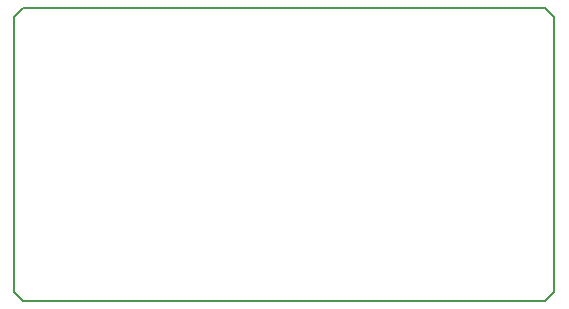
<source format=gbr>
G04 #@! TF.FileFunction,Profile,NP*
%FSLAX46Y46*%
G04 Gerber Fmt 4.6, Leading zero omitted, Abs format (unit mm)*
G04 Created by KiCad (PCBNEW 4.0.4-stable) date 10/09/16 21:09:13*
%MOMM*%
%LPD*%
G01*
G04 APERTURE LIST*
%ADD10C,0.100000*%
%ADD11C,0.150000*%
G04 APERTURE END LIST*
D10*
D11*
X163068000Y-97155000D02*
X118872000Y-97155000D01*
X163830000Y-97917000D02*
X163068000Y-97155000D01*
X163830000Y-121158000D02*
X163830000Y-97917000D01*
X163068000Y-121920000D02*
X163830000Y-121158000D01*
X118872000Y-121920000D02*
X163068000Y-121920000D01*
X118110000Y-121158000D02*
X118872000Y-121920000D01*
X118110000Y-120904000D02*
X118110000Y-121158000D01*
X118110000Y-120650000D02*
X118110000Y-120904000D01*
X118110000Y-97917000D02*
X118110000Y-120650000D01*
X118110000Y-97917000D02*
X118872000Y-97155000D01*
M02*

</source>
